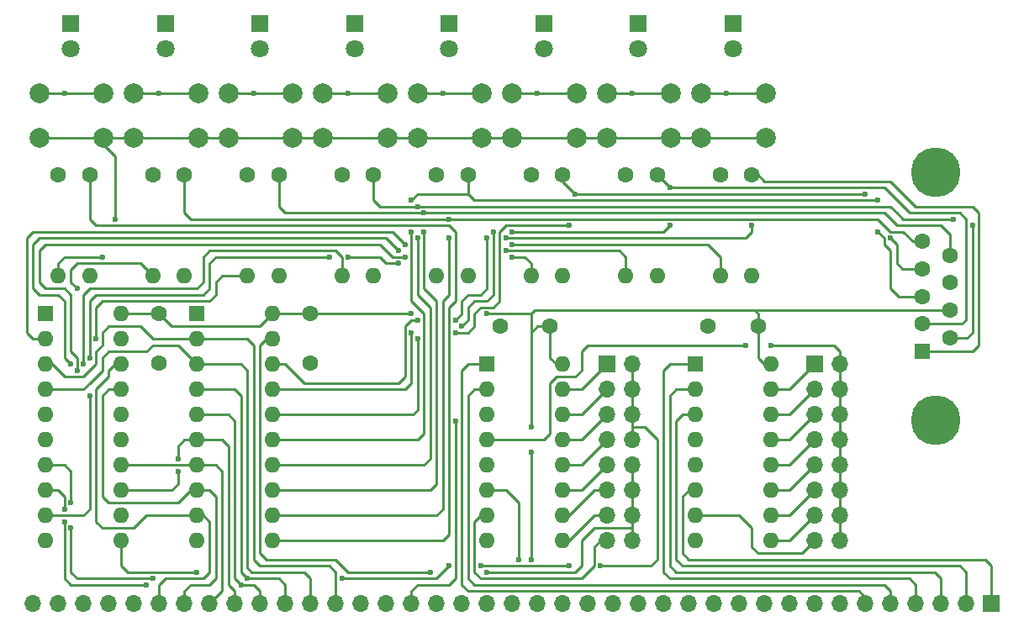
<source format=gtl>
G04 #@! TF.FileFunction,Copper,L1,Top,Signal*
%FSLAX46Y46*%
G04 Gerber Fmt 4.6, Leading zero omitted, Abs format (unit mm)*
G04 Created by KiCad (PCBNEW 4.0.7) date 02/11/19 20:09:09*
%MOMM*%
%LPD*%
G01*
G04 APERTURE LIST*
%ADD10C,0.100000*%
%ADD11R,1.700000X1.700000*%
%ADD12O,1.700000X1.700000*%
%ADD13C,1.600000*%
%ADD14O,1.600000X1.600000*%
%ADD15R,1.800000X1.800000*%
%ADD16C,1.800000*%
%ADD17R,1.600000X1.600000*%
%ADD18C,5.000000*%
%ADD19C,2.000000*%
%ADD20C,0.600000*%
%ADD21C,0.250000*%
G04 APERTURE END LIST*
D10*
D11*
X135255000Y-117475000D03*
D12*
X137795000Y-117475000D03*
X135255000Y-120015000D03*
X137795000Y-120015000D03*
X135255000Y-122555000D03*
X137795000Y-122555000D03*
X135255000Y-125095000D03*
X137795000Y-125095000D03*
X135255000Y-127635000D03*
X137795000Y-127635000D03*
X135255000Y-130175000D03*
X137795000Y-130175000D03*
X135255000Y-132715000D03*
X137795000Y-132715000D03*
X135255000Y-135255000D03*
X137795000Y-135255000D03*
D11*
X156210000Y-117475000D03*
D12*
X158750000Y-117475000D03*
X156210000Y-120015000D03*
X158750000Y-120015000D03*
X156210000Y-122555000D03*
X158750000Y-122555000D03*
X156210000Y-125095000D03*
X158750000Y-125095000D03*
X156210000Y-127635000D03*
X158750000Y-127635000D03*
X156210000Y-130175000D03*
X158750000Y-130175000D03*
X156210000Y-132715000D03*
X158750000Y-132715000D03*
X156210000Y-135255000D03*
X158750000Y-135255000D03*
D11*
X173990000Y-141605000D03*
D12*
X171450000Y-141605000D03*
X168910000Y-141605000D03*
X166370000Y-141605000D03*
X163830000Y-141605000D03*
X161290000Y-141605000D03*
X158750000Y-141605000D03*
X156210000Y-141605000D03*
X153670000Y-141605000D03*
X151130000Y-141605000D03*
X148590000Y-141605000D03*
X146050000Y-141605000D03*
X143510000Y-141605000D03*
X140970000Y-141605000D03*
X138430000Y-141605000D03*
X135890000Y-141605000D03*
X133350000Y-141605000D03*
X130810000Y-141605000D03*
X128270000Y-141605000D03*
X125730000Y-141605000D03*
X123190000Y-141605000D03*
X120650000Y-141605000D03*
X118110000Y-141605000D03*
X115570000Y-141605000D03*
X113030000Y-141605000D03*
X110490000Y-141605000D03*
X107950000Y-141605000D03*
X105410000Y-141605000D03*
X102870000Y-141605000D03*
X100330000Y-141605000D03*
X97790000Y-141605000D03*
X95250000Y-141605000D03*
X92710000Y-141605000D03*
X90170000Y-141605000D03*
X87630000Y-141605000D03*
X85090000Y-141605000D03*
X82550000Y-141605000D03*
X80010000Y-141605000D03*
X77470000Y-141605000D03*
D13*
X111760000Y-98425000D03*
D14*
X111760000Y-108585000D03*
D13*
X105410000Y-112395000D03*
X105410000Y-117395000D03*
X90170000Y-112395000D03*
X90170000Y-117395000D03*
X129540000Y-113665000D03*
X124540000Y-113665000D03*
X150495000Y-113665000D03*
X145495000Y-113665000D03*
D15*
X147955000Y-83185000D03*
D16*
X147955000Y-85725000D03*
D15*
X138430000Y-83185000D03*
D16*
X138430000Y-85725000D03*
D15*
X128905000Y-83185000D03*
D16*
X128905000Y-85725000D03*
D15*
X119380000Y-83185000D03*
D16*
X119380000Y-85725000D03*
D15*
X109855000Y-83185000D03*
D16*
X109855000Y-85725000D03*
D15*
X100330000Y-83185000D03*
D16*
X100330000Y-85725000D03*
D15*
X90805000Y-83185000D03*
D16*
X90805000Y-85725000D03*
D15*
X81280000Y-83185000D03*
D16*
X81280000Y-85725000D03*
D17*
X167005000Y-116205000D03*
D13*
X167005000Y-113435000D03*
X167005000Y-110665000D03*
X167005000Y-107895000D03*
X167005000Y-105125000D03*
X169845000Y-114820000D03*
X169845000Y-112050000D03*
X169845000Y-109280000D03*
X169845000Y-106510000D03*
D18*
X168425000Y-98165000D03*
X168425000Y-123165000D03*
D13*
X149860000Y-98425000D03*
D14*
X149860000Y-108585000D03*
D13*
X140335000Y-98425000D03*
D14*
X140335000Y-108585000D03*
D13*
X130810000Y-98425000D03*
D14*
X130810000Y-108585000D03*
D13*
X121285000Y-98425000D03*
D14*
X121285000Y-108585000D03*
D13*
X102235000Y-98425000D03*
D14*
X102235000Y-108585000D03*
D13*
X92710000Y-98425000D03*
D14*
X92710000Y-108585000D03*
D13*
X83185000Y-98425000D03*
D14*
X83185000Y-108585000D03*
D13*
X146685000Y-98425000D03*
D14*
X146685000Y-108585000D03*
D13*
X137160000Y-98425000D03*
D14*
X137160000Y-108585000D03*
D13*
X127635000Y-98425000D03*
D14*
X127635000Y-108585000D03*
D13*
X118110000Y-98425000D03*
D14*
X118110000Y-108585000D03*
D13*
X108585000Y-98425000D03*
D14*
X108585000Y-108585000D03*
D13*
X99060000Y-98425000D03*
D14*
X99060000Y-108585000D03*
D13*
X89535000Y-98425000D03*
D14*
X89535000Y-108585000D03*
D13*
X80010000Y-98425000D03*
D14*
X80010000Y-108585000D03*
D19*
X144780000Y-94670000D03*
X144780000Y-90170000D03*
X151280000Y-94670000D03*
X151280000Y-90170000D03*
X135255000Y-94670000D03*
X135255000Y-90170000D03*
X141755000Y-94670000D03*
X141755000Y-90170000D03*
X125730000Y-94670000D03*
X125730000Y-90170000D03*
X132230000Y-94670000D03*
X132230000Y-90170000D03*
X116205000Y-94670000D03*
X116205000Y-90170000D03*
X122705000Y-94670000D03*
X122705000Y-90170000D03*
X106680000Y-94670000D03*
X106680000Y-90170000D03*
X113180000Y-94670000D03*
X113180000Y-90170000D03*
X97155000Y-94670000D03*
X97155000Y-90170000D03*
X103655000Y-94670000D03*
X103655000Y-90170000D03*
X87630000Y-94670000D03*
X87630000Y-90170000D03*
X94130000Y-94670000D03*
X94130000Y-90170000D03*
X78105000Y-94670000D03*
X78105000Y-90170000D03*
X84605000Y-94670000D03*
X84605000Y-90170000D03*
D17*
X93980000Y-112395000D03*
D14*
X101600000Y-135255000D03*
X93980000Y-114935000D03*
X101600000Y-132715000D03*
X93980000Y-117475000D03*
X101600000Y-130175000D03*
X93980000Y-120015000D03*
X101600000Y-127635000D03*
X93980000Y-122555000D03*
X101600000Y-125095000D03*
X93980000Y-125095000D03*
X101600000Y-122555000D03*
X93980000Y-127635000D03*
X101600000Y-120015000D03*
X93980000Y-130175000D03*
X101600000Y-117475000D03*
X93980000Y-132715000D03*
X101600000Y-114935000D03*
X93980000Y-135255000D03*
X101600000Y-112395000D03*
D17*
X78740000Y-112395000D03*
D14*
X86360000Y-135255000D03*
X78740000Y-114935000D03*
X86360000Y-132715000D03*
X78740000Y-117475000D03*
X86360000Y-130175000D03*
X78740000Y-120015000D03*
X86360000Y-127635000D03*
X78740000Y-122555000D03*
X86360000Y-125095000D03*
X78740000Y-125095000D03*
X86360000Y-122555000D03*
X78740000Y-127635000D03*
X86360000Y-120015000D03*
X78740000Y-130175000D03*
X86360000Y-117475000D03*
X78740000Y-132715000D03*
X86360000Y-114935000D03*
X78740000Y-135255000D03*
X86360000Y-112395000D03*
D17*
X123190000Y-117475000D03*
D14*
X130810000Y-135255000D03*
X123190000Y-120015000D03*
X130810000Y-132715000D03*
X123190000Y-122555000D03*
X130810000Y-130175000D03*
X123190000Y-125095000D03*
X130810000Y-127635000D03*
X123190000Y-127635000D03*
X130810000Y-125095000D03*
X123190000Y-130175000D03*
X130810000Y-122555000D03*
X123190000Y-132715000D03*
X130810000Y-120015000D03*
X123190000Y-135255000D03*
X130810000Y-117475000D03*
D17*
X144145000Y-117475000D03*
D14*
X151765000Y-135255000D03*
X144145000Y-120015000D03*
X151765000Y-132715000D03*
X144145000Y-122555000D03*
X151765000Y-130175000D03*
X144145000Y-125095000D03*
X151765000Y-127635000D03*
X144145000Y-127635000D03*
X151765000Y-125095000D03*
X144145000Y-130175000D03*
X151765000Y-122555000D03*
X144145000Y-132715000D03*
X151765000Y-120015000D03*
X144145000Y-135255000D03*
X151765000Y-117475000D03*
D20*
X85725000Y-102870000D03*
X115570000Y-112395000D03*
X123190000Y-112395000D03*
X127635000Y-137160000D03*
X127635000Y-126365000D03*
X127635000Y-123825000D03*
X119380000Y-137795000D03*
X131445000Y-137795000D03*
X122555000Y-137795000D03*
X134620000Y-137795000D03*
X93980000Y-138430000D03*
X108585000Y-139065000D03*
X123190000Y-138430000D03*
X117475000Y-138430000D03*
X149225000Y-115570000D03*
X151765000Y-115570000D03*
X126365000Y-137160000D03*
X120015000Y-123190000D03*
X81280000Y-131445000D03*
X81280000Y-133985000D03*
X89535000Y-139065000D03*
X99060000Y-139065000D03*
X80645000Y-132080000D03*
X80645000Y-133350000D03*
X88900000Y-139700000D03*
X98425000Y-139700000D03*
X92075000Y-127000000D03*
X92075000Y-128270000D03*
X125095000Y-104775000D03*
X149860000Y-103505000D03*
X120015000Y-113030000D03*
X116205000Y-113030000D03*
X123190000Y-104775000D03*
X147320000Y-90170000D03*
X125730000Y-104140000D03*
X123825000Y-104140000D03*
X141605000Y-99695000D03*
X141605000Y-103505000D03*
X120650000Y-113665000D03*
X115570000Y-114300000D03*
X137795000Y-90170000D03*
X116205000Y-114935000D03*
X120015000Y-114300000D03*
X131445000Y-103505000D03*
X132080000Y-100330000D03*
X161290000Y-100330000D03*
X162560000Y-104140000D03*
X128270000Y-90170000D03*
X115570000Y-100965000D03*
X115570000Y-104140000D03*
X162560000Y-100965000D03*
X163830000Y-104775000D03*
X118745000Y-90170000D03*
X119380000Y-104775000D03*
X119380000Y-102870000D03*
X90170000Y-90170000D03*
X116205000Y-101600000D03*
X116205000Y-104775000D03*
X170180000Y-102870000D03*
X172085000Y-103505000D03*
X109220000Y-90170000D03*
X116840000Y-102235000D03*
X116840000Y-104140000D03*
X99695000Y-90170000D03*
X80645000Y-90170000D03*
X125730000Y-105410000D03*
X114935000Y-105410000D03*
X125095000Y-106045000D03*
X114300000Y-106045000D03*
X81280000Y-117475000D03*
X125730000Y-106680000D03*
X114935000Y-106680000D03*
X81915000Y-118110000D03*
X114300000Y-107315000D03*
X83185000Y-116840000D03*
X83185000Y-120650000D03*
X107315000Y-106680000D03*
X109220000Y-106680000D03*
X82550000Y-117475000D03*
X83820000Y-114935000D03*
X81915000Y-109855000D03*
X84455000Y-106680000D03*
D21*
X85725000Y-96520000D02*
X84605000Y-95400000D01*
X85725000Y-102870000D02*
X85725000Y-96520000D01*
X84605000Y-95400000D02*
X84605000Y-94670000D01*
X84605000Y-94670000D02*
X87630000Y-94670000D01*
X127635000Y-112395000D02*
X123190000Y-112395000D01*
X115570000Y-112395000D02*
X105410000Y-112395000D01*
X90170000Y-112395000D02*
X91440000Y-113665000D01*
X100330000Y-113665000D02*
X101600000Y-112395000D01*
X91440000Y-113665000D02*
X100330000Y-113665000D01*
X149515000Y-112050000D02*
X127980000Y-112050000D01*
X127980000Y-112050000D02*
X127635000Y-112395000D01*
X149515000Y-112050000D02*
X149860000Y-112050000D01*
X127635000Y-114300000D02*
X127635000Y-112395000D01*
X149860000Y-112050000D02*
X150150000Y-112050000D01*
X150150000Y-112050000D02*
X150495000Y-112395000D01*
X150495000Y-112395000D02*
X150495000Y-113665000D01*
X169845000Y-112050000D02*
X149860000Y-112050000D01*
X129540000Y-113665000D02*
X128270000Y-113665000D01*
X128270000Y-113665000D02*
X127635000Y-114300000D01*
X127635000Y-137160000D02*
X127635000Y-126365000D01*
X127635000Y-123825000D02*
X127635000Y-114300000D01*
X116205000Y-94670000D02*
X122705000Y-94670000D01*
X122705000Y-94670000D02*
X125730000Y-94670000D01*
X125730000Y-94670000D02*
X132230000Y-94670000D01*
X132230000Y-94670000D02*
X135255000Y-94670000D01*
X135255000Y-94670000D02*
X141755000Y-94670000D01*
X141755000Y-94670000D02*
X144780000Y-94670000D01*
X144780000Y-94670000D02*
X151280000Y-94670000D01*
X87630000Y-94670000D02*
X94130000Y-94670000D01*
X94130000Y-94670000D02*
X97155000Y-94670000D01*
X97155000Y-94670000D02*
X103655000Y-94670000D01*
X103655000Y-94670000D02*
X106680000Y-94670000D01*
X106680000Y-94670000D02*
X113180000Y-94670000D01*
X113180000Y-94670000D02*
X116205000Y-94670000D01*
X78105000Y-94670000D02*
X84605000Y-94670000D01*
X101600000Y-112395000D02*
X105410000Y-112395000D01*
X86360000Y-112395000D02*
X90170000Y-112395000D01*
X129540000Y-113665000D02*
X129540000Y-116840000D01*
X129540000Y-116840000D02*
X130175000Y-117475000D01*
X130175000Y-117475000D02*
X130810000Y-117475000D01*
X150495000Y-113665000D02*
X150495000Y-116840000D01*
X150495000Y-116840000D02*
X151130000Y-117475000D01*
X151130000Y-117475000D02*
X151765000Y-117475000D01*
X130810000Y-120015000D02*
X132715000Y-120015000D01*
X132715000Y-120015000D02*
X135255000Y-117475000D01*
X109220000Y-139065000D02*
X108585000Y-139065000D01*
X119380000Y-137795000D02*
X118110000Y-139065000D01*
X118110000Y-139065000D02*
X109220000Y-139065000D01*
X137795000Y-123825000D02*
X139065000Y-123825000D01*
X139700000Y-137795000D02*
X134620000Y-137795000D01*
X140335000Y-137160000D02*
X139700000Y-137795000D01*
X140335000Y-125095000D02*
X140335000Y-137160000D01*
X139065000Y-123825000D02*
X140335000Y-125095000D01*
X122555000Y-137795000D02*
X131445000Y-137795000D01*
X86360000Y-137795000D02*
X86360000Y-135255000D01*
X86995000Y-138430000D02*
X86360000Y-137795000D01*
X93980000Y-138430000D02*
X86995000Y-138430000D01*
X137795000Y-120015000D02*
X137795000Y-117475000D01*
X137795000Y-122555000D02*
X137795000Y-120015000D01*
X137795000Y-125095000D02*
X137795000Y-123825000D01*
X137795000Y-123825000D02*
X137795000Y-122555000D01*
X130810000Y-122555000D02*
X132715000Y-122555000D01*
X132715000Y-122555000D02*
X135255000Y-120015000D01*
X130810000Y-125095000D02*
X132715000Y-125095000D01*
X132715000Y-125095000D02*
X135255000Y-122555000D01*
X130810000Y-127635000D02*
X132715000Y-127635000D01*
X132715000Y-127635000D02*
X135255000Y-125095000D01*
X130810000Y-130175000D02*
X132715000Y-130175000D01*
X132715000Y-130175000D02*
X135255000Y-127635000D01*
X133985000Y-133985000D02*
X132715000Y-135255000D01*
X132715000Y-135255000D02*
X132715000Y-137795000D01*
X132715000Y-137795000D02*
X132080000Y-138430000D01*
X132080000Y-138430000D02*
X123190000Y-138430000D01*
X137795000Y-133985000D02*
X133985000Y-133985000D01*
X109220000Y-138430000D02*
X117475000Y-138430000D01*
X107950000Y-137160000D02*
X109220000Y-138430000D01*
X100965000Y-137160000D02*
X107950000Y-137160000D01*
X100330000Y-136525000D02*
X100965000Y-137160000D01*
X100330000Y-115570000D02*
X100330000Y-136525000D01*
X100330000Y-115570000D02*
X100965000Y-114935000D01*
X117475000Y-138430000D02*
X117475000Y-138430000D01*
X101600000Y-114935000D02*
X100965000Y-114935000D01*
X137795000Y-130175000D02*
X137795000Y-127635000D01*
X137795000Y-132715000D02*
X137795000Y-130175000D01*
X137795000Y-135255000D02*
X137795000Y-133985000D01*
X137795000Y-133985000D02*
X137795000Y-132715000D01*
X135255000Y-130175000D02*
X133985000Y-130175000D01*
X133985000Y-130175000D02*
X131445000Y-132715000D01*
X131445000Y-132715000D02*
X130810000Y-132715000D01*
X135255000Y-132715000D02*
X133985000Y-132715000D01*
X133985000Y-132715000D02*
X131445000Y-135255000D01*
X131445000Y-135255000D02*
X130810000Y-135255000D01*
X132715000Y-139065000D02*
X133985000Y-137795000D01*
X133985000Y-135890000D02*
X134620000Y-135255000D01*
X133985000Y-137795000D02*
X133985000Y-135890000D01*
X134620000Y-135255000D02*
X135255000Y-135255000D01*
X123190000Y-132715000D02*
X122555000Y-132715000D01*
X122555000Y-132715000D02*
X121920000Y-133350000D01*
X121920000Y-138430000D02*
X122555000Y-139065000D01*
X121920000Y-133350000D02*
X121920000Y-138430000D01*
X122555000Y-139065000D02*
X132080000Y-139065000D01*
X132080000Y-139065000D02*
X132715000Y-139065000D01*
X151765000Y-120015000D02*
X153670000Y-120015000D01*
X153670000Y-120015000D02*
X156210000Y-117475000D01*
X158750000Y-117475000D02*
X158750000Y-116205000D01*
X128905000Y-125095000D02*
X123190000Y-125095000D01*
X129540000Y-124460000D02*
X128905000Y-125095000D01*
X129540000Y-119380000D02*
X129540000Y-124460000D01*
X130175000Y-118745000D02*
X129540000Y-119380000D01*
X132080000Y-118745000D02*
X130175000Y-118745000D01*
X132715000Y-118110000D02*
X132080000Y-118745000D01*
X132715000Y-116205000D02*
X132715000Y-118110000D01*
X133350000Y-115570000D02*
X132715000Y-116205000D01*
X149225000Y-115570000D02*
X133350000Y-115570000D01*
X158115000Y-115570000D02*
X151765000Y-115570000D01*
X158750000Y-116205000D02*
X158115000Y-115570000D01*
X158750000Y-120015000D02*
X158750000Y-117475000D01*
X158750000Y-122555000D02*
X158750000Y-120015000D01*
X158750000Y-125095000D02*
X158750000Y-122555000D01*
X158750000Y-127635000D02*
X158750000Y-125095000D01*
X158750000Y-130175000D02*
X158750000Y-127635000D01*
X158750000Y-132715000D02*
X158750000Y-130175000D01*
X158750000Y-135255000D02*
X158750000Y-132715000D01*
X151765000Y-122555000D02*
X153670000Y-122555000D01*
X153670000Y-122555000D02*
X156210000Y-120015000D01*
X151765000Y-125095000D02*
X153670000Y-125095000D01*
X153670000Y-125095000D02*
X156210000Y-122555000D01*
X151765000Y-127635000D02*
X153670000Y-127635000D01*
X153670000Y-127635000D02*
X156210000Y-125095000D01*
X151765000Y-130175000D02*
X153670000Y-130175000D01*
X153670000Y-130175000D02*
X156210000Y-127635000D01*
X151765000Y-132715000D02*
X153670000Y-132715000D01*
X153670000Y-132715000D02*
X156210000Y-130175000D01*
X151765000Y-135255000D02*
X153670000Y-135255000D01*
X153670000Y-135255000D02*
X156210000Y-132715000D01*
X150495000Y-136525000D02*
X154940000Y-136525000D01*
X144145000Y-132715000D02*
X148590000Y-132715000D01*
X154940000Y-136525000D02*
X156210000Y-135255000D01*
X149860000Y-135890000D02*
X150495000Y-136525000D01*
X149860000Y-133985000D02*
X149860000Y-135890000D01*
X148590000Y-132715000D02*
X149860000Y-133985000D01*
X161925000Y-137160000D02*
X173355000Y-137160000D01*
X161925000Y-137160000D02*
X150495000Y-137160000D01*
X143510000Y-137160000D02*
X150495000Y-137160000D01*
X142875000Y-136525000D02*
X143510000Y-137160000D01*
X142875000Y-130810000D02*
X142875000Y-136525000D01*
X143510000Y-130175000D02*
X142875000Y-130810000D01*
X173990000Y-137795000D02*
X173990000Y-141605000D01*
X173355000Y-137160000D02*
X173990000Y-137795000D01*
X144145000Y-130175000D02*
X143510000Y-130175000D01*
X171450000Y-141605000D02*
X171450000Y-138430000D01*
X142875000Y-137795000D02*
X149860000Y-137795000D01*
X159385000Y-137795000D02*
X149860000Y-137795000D01*
X142240000Y-137160000D02*
X142875000Y-137795000D01*
X142875000Y-122555000D02*
X142240000Y-123190000D01*
X142240000Y-123190000D02*
X142240000Y-137160000D01*
X142875000Y-122555000D02*
X144145000Y-122555000D01*
X170815000Y-137795000D02*
X159385000Y-137795000D01*
X171450000Y-138430000D02*
X170815000Y-137795000D01*
X168910000Y-141605000D02*
X168910000Y-139065000D01*
X141605000Y-137795000D02*
X142240000Y-138430000D01*
X142240000Y-138430000D02*
X149860000Y-138430000D01*
X156845000Y-138430000D02*
X149860000Y-138430000D01*
X142240000Y-120015000D02*
X141605000Y-120650000D01*
X141605000Y-120650000D02*
X141605000Y-137795000D01*
X142240000Y-120015000D02*
X144145000Y-120015000D01*
X168275000Y-138430000D02*
X156845000Y-138430000D01*
X168910000Y-139065000D02*
X168275000Y-138430000D01*
X166370000Y-141605000D02*
X166370000Y-139700000D01*
X166370000Y-139700000D02*
X165735000Y-139065000D01*
X165735000Y-139065000D02*
X154305000Y-139065000D01*
X154305000Y-139065000D02*
X149225000Y-139065000D01*
X141605000Y-139065000D02*
X149225000Y-139065000D01*
X140970000Y-138430000D02*
X141605000Y-139065000D01*
X141605000Y-117475000D02*
X144145000Y-117475000D01*
X140970000Y-118110000D02*
X140970000Y-138430000D01*
X141605000Y-117475000D02*
X140970000Y-118110000D01*
X121920000Y-139700000D02*
X163195000Y-139700000D01*
X121920000Y-139700000D02*
X121285000Y-139065000D01*
X123190000Y-120015000D02*
X121920000Y-120015000D01*
X121285000Y-139065000D02*
X121285000Y-120650000D01*
X121285000Y-120650000D02*
X121920000Y-120015000D01*
X163830000Y-140335000D02*
X163830000Y-141605000D01*
X163195000Y-139700000D02*
X163830000Y-140335000D01*
X120650000Y-138430000D02*
X120650000Y-118110000D01*
X160655000Y-140335000D02*
X121285000Y-140335000D01*
X121285000Y-140335000D02*
X120650000Y-139700000D01*
X120650000Y-139700000D02*
X120650000Y-138430000D01*
X161290000Y-140970000D02*
X160655000Y-140335000D01*
X121285000Y-117475000D02*
X123190000Y-117475000D01*
X120650000Y-118110000D02*
X121285000Y-117475000D01*
X161290000Y-141605000D02*
X161290000Y-140970000D01*
X125095000Y-130175000D02*
X123190000Y-130175000D01*
X126365000Y-131445000D02*
X125095000Y-130175000D01*
X126365000Y-137160000D02*
X126365000Y-131445000D01*
X115570000Y-140335000D02*
X115570000Y-141605000D01*
X116205000Y-139700000D02*
X115570000Y-140335000D01*
X119380000Y-139700000D02*
X116205000Y-139700000D01*
X120015000Y-139065000D02*
X119380000Y-139700000D01*
X120015000Y-123190000D02*
X120015000Y-139065000D01*
X84455000Y-114935000D02*
X84455000Y-115570000D01*
X80645000Y-118745000D02*
X79375000Y-117475000D01*
X82550000Y-118745000D02*
X80645000Y-118745000D01*
X83820000Y-117475000D02*
X82550000Y-118745000D01*
X83820000Y-116205000D02*
X83820000Y-117475000D01*
X84455000Y-115570000D02*
X83820000Y-116205000D01*
X79375000Y-117475000D02*
X78740000Y-117475000D01*
X84455000Y-114300000D02*
X85090000Y-113665000D01*
X84455000Y-114935000D02*
X84455000Y-114300000D01*
X89535000Y-114935000D02*
X88265000Y-113665000D01*
X89535000Y-114935000D02*
X93980000Y-114935000D01*
X88265000Y-113665000D02*
X85090000Y-113665000D01*
X99695000Y-135890000D02*
X99695000Y-137160000D01*
X107315000Y-137795000D02*
X107950000Y-138430000D01*
X100330000Y-137795000D02*
X107315000Y-137795000D01*
X99695000Y-137160000D02*
X100330000Y-137795000D01*
X93980000Y-114935000D02*
X99060000Y-114935000D01*
X107950000Y-138430000D02*
X107950000Y-141605000D01*
X99695000Y-115570000D02*
X99695000Y-135890000D01*
X99060000Y-114935000D02*
X99695000Y-115570000D01*
X83185000Y-119380000D02*
X84455000Y-118110000D01*
X84455000Y-116840000D02*
X85090000Y-116205000D01*
X84455000Y-117475000D02*
X84455000Y-116840000D01*
X84455000Y-118110000D02*
X84455000Y-117475000D01*
X80645000Y-120015000D02*
X82550000Y-120015000D01*
X82550000Y-120015000D02*
X83185000Y-119380000D01*
X78740000Y-120015000D02*
X80645000Y-120015000D01*
X92075000Y-115570000D02*
X93980000Y-117475000D01*
X89535000Y-115570000D02*
X92075000Y-115570000D01*
X88900000Y-116205000D02*
X89535000Y-115570000D01*
X85090000Y-116205000D02*
X88900000Y-116205000D01*
X99060000Y-136525000D02*
X99060000Y-137979998D01*
X104775000Y-138430000D02*
X105410000Y-139065000D01*
X99510002Y-138430000D02*
X104775000Y-138430000D01*
X99060000Y-137979998D02*
X99510002Y-138430000D01*
X105410000Y-141605000D02*
X105410000Y-139065000D01*
X98425000Y-117475000D02*
X93980000Y-117475000D01*
X99060000Y-118110000D02*
X98425000Y-117475000D01*
X99060000Y-136525000D02*
X99060000Y-118110000D01*
X89535000Y-139065000D02*
X81915000Y-139065000D01*
X80645000Y-127635000D02*
X81280000Y-128270000D01*
X81280000Y-128270000D02*
X81280000Y-131445000D01*
X81280000Y-133985000D02*
X81280000Y-137795000D01*
X78740000Y-127635000D02*
X80010000Y-127635000D01*
X80010000Y-127635000D02*
X80645000Y-127635000D01*
X81280000Y-138430000D02*
X81280000Y-137795000D01*
X81915000Y-139065000D02*
X81280000Y-138430000D01*
X98425000Y-137160000D02*
X98425000Y-138430000D01*
X102235000Y-139065000D02*
X102870000Y-139700000D01*
X99060000Y-139065000D02*
X102235000Y-139065000D01*
X98425000Y-138430000D02*
X99060000Y-139065000D01*
X102870000Y-141605000D02*
X102870000Y-139700000D01*
X97790000Y-120015000D02*
X93980000Y-120015000D01*
X98425000Y-120650000D02*
X97790000Y-120015000D01*
X98425000Y-137160000D02*
X98425000Y-120650000D01*
X88900000Y-139700000D02*
X81280000Y-139700000D01*
X80010000Y-130175000D02*
X80645000Y-130810000D01*
X80645000Y-130810000D02*
X80645000Y-132080000D01*
X80645000Y-133350000D02*
X80645000Y-138430000D01*
X78740000Y-130175000D02*
X80010000Y-130175000D01*
X80645000Y-139065000D02*
X80645000Y-138430000D01*
X81280000Y-139700000D02*
X80645000Y-139065000D01*
X97790000Y-137795000D02*
X97790000Y-139065000D01*
X99695000Y-139700000D02*
X100330000Y-140335000D01*
X98425000Y-139700000D02*
X99695000Y-139700000D01*
X97790000Y-139065000D02*
X98425000Y-139700000D01*
X100330000Y-141605000D02*
X100330000Y-140335000D01*
X97155000Y-122555000D02*
X93980000Y-122555000D01*
X97790000Y-123190000D02*
X97155000Y-122555000D01*
X97790000Y-137795000D02*
X97790000Y-123190000D01*
X86360000Y-130175000D02*
X91440000Y-130175000D01*
X92710000Y-125095000D02*
X93980000Y-125095000D01*
X92075000Y-125730000D02*
X92710000Y-125095000D01*
X92075000Y-127000000D02*
X92075000Y-125730000D01*
X92075000Y-129540000D02*
X92075000Y-128270000D01*
X91440000Y-130175000D02*
X92075000Y-129540000D01*
X97155000Y-138430000D02*
X97155000Y-139700000D01*
X97155000Y-138430000D02*
X97155000Y-125730000D01*
X97155000Y-125730000D02*
X96520000Y-125095000D01*
X96520000Y-125095000D02*
X93980000Y-125095000D01*
X97790000Y-141605000D02*
X97790000Y-140335000D01*
X97155000Y-139700000D02*
X97790000Y-140335000D01*
X86360000Y-127635000D02*
X93980000Y-127635000D01*
X96520000Y-133985000D02*
X96520000Y-140335000D01*
X96520000Y-133985000D02*
X96520000Y-128270000D01*
X96520000Y-128270000D02*
X95885000Y-127635000D01*
X95885000Y-127635000D02*
X93980000Y-127635000D01*
X96520000Y-140335000D02*
X95250000Y-141605000D01*
X85090000Y-120015000D02*
X84455000Y-120650000D01*
X84455000Y-130810000D02*
X85090000Y-131445000D01*
X84455000Y-120650000D02*
X84455000Y-130810000D01*
X93980000Y-130175000D02*
X93345000Y-130175000D01*
X93345000Y-130175000D02*
X92075000Y-131445000D01*
X92075000Y-131445000D02*
X85090000Y-131445000D01*
X85090000Y-120015000D02*
X86360000Y-120015000D01*
X95885000Y-133350000D02*
X95885000Y-139065000D01*
X93345000Y-139700000D02*
X92710000Y-140335000D01*
X95250000Y-139700000D02*
X93345000Y-139700000D01*
X95885000Y-139065000D02*
X95250000Y-139700000D01*
X92710000Y-141605000D02*
X92710000Y-140335000D01*
X95250000Y-130175000D02*
X93980000Y-130175000D01*
X95885000Y-130810000D02*
X95250000Y-130175000D01*
X95885000Y-133350000D02*
X95885000Y-130810000D01*
X83820000Y-120015000D02*
X85090000Y-118745000D01*
X85090000Y-118110000D02*
X85725000Y-117475000D01*
X85090000Y-118745000D02*
X85090000Y-118110000D01*
X85725000Y-117475000D02*
X86360000Y-117475000D01*
X83820000Y-133350000D02*
X84455000Y-133985000D01*
X83820000Y-120015000D02*
X83820000Y-133350000D01*
X93980000Y-132715000D02*
X88900000Y-132715000D01*
X87630000Y-133985000D02*
X85090000Y-133985000D01*
X85090000Y-133985000D02*
X84455000Y-133985000D01*
X88900000Y-132715000D02*
X87630000Y-133985000D01*
X93980000Y-132715000D02*
X93345000Y-132715000D01*
X93980000Y-132715000D02*
X94615000Y-132715000D01*
X94615000Y-132715000D02*
X95250000Y-133350000D01*
X90805000Y-139065000D02*
X90170000Y-139700000D01*
X94615000Y-139065000D02*
X90805000Y-139065000D01*
X95250000Y-138430000D02*
X94615000Y-139065000D01*
X95250000Y-133350000D02*
X95250000Y-138430000D01*
X90170000Y-141605000D02*
X90170000Y-139700000D01*
X149860000Y-104140000D02*
X149225000Y-104775000D01*
X149225000Y-104775000D02*
X127000000Y-104775000D01*
X114935000Y-114300000D02*
X114935000Y-113665000D01*
X114300000Y-119380000D02*
X114935000Y-118745000D01*
X114935000Y-118745000D02*
X114935000Y-114300000D01*
X101600000Y-117475000D02*
X102870000Y-117475000D01*
X104775000Y-119380000D02*
X107315000Y-119380000D01*
X102870000Y-117475000D02*
X104775000Y-119380000D01*
X107315000Y-119380000D02*
X114300000Y-119380000D01*
X149860000Y-103505000D02*
X149860000Y-104140000D01*
X123190000Y-109855000D02*
X123190000Y-106045000D01*
X122555000Y-110490000D02*
X123190000Y-109855000D01*
X121285000Y-110490000D02*
X122555000Y-110490000D01*
X120650000Y-111125000D02*
X121285000Y-110490000D01*
X120650000Y-112395000D02*
X120650000Y-111125000D01*
X120015000Y-113030000D02*
X120650000Y-112395000D01*
X115570000Y-113030000D02*
X116205000Y-113030000D01*
X114935000Y-113665000D02*
X115570000Y-113030000D01*
X127000000Y-104775000D02*
X125095000Y-104775000D01*
X123190000Y-104775000D02*
X123190000Y-106045000D01*
X172720000Y-104140000D02*
X172720000Y-102235000D01*
X151130000Y-99060000D02*
X153035000Y-99060000D01*
X150495000Y-98425000D02*
X151130000Y-99060000D01*
X172085000Y-116205000D02*
X172720000Y-115570000D01*
X172720000Y-115570000D02*
X172720000Y-104140000D01*
X172085000Y-116205000D02*
X167005000Y-116205000D01*
X163830000Y-99060000D02*
X153035000Y-99060000D01*
X166370000Y-101600000D02*
X163830000Y-99060000D01*
X172085000Y-101600000D02*
X166370000Y-101600000D01*
X172720000Y-102235000D02*
X172085000Y-101600000D01*
X149860000Y-98425000D02*
X150495000Y-98425000D01*
X144780000Y-90170000D02*
X147320000Y-90170000D01*
X147320000Y-90170000D02*
X151280000Y-90170000D01*
X123825000Y-104140000D02*
X123825000Y-106680000D01*
X141605000Y-103505000D02*
X140970000Y-104140000D01*
X140970000Y-104140000D02*
X126365000Y-104140000D01*
X115570000Y-119380000D02*
X115570000Y-114300000D01*
X107950000Y-120015000D02*
X114935000Y-120015000D01*
X101600000Y-120015000D02*
X102870000Y-120015000D01*
X102870000Y-120015000D02*
X107950000Y-120015000D01*
X114935000Y-120015000D02*
X115570000Y-119380000D01*
X123825000Y-110490000D02*
X123825000Y-106680000D01*
X123190000Y-111125000D02*
X123825000Y-110490000D01*
X121920000Y-111125000D02*
X123190000Y-111125000D01*
X121285000Y-111760000D02*
X121920000Y-111125000D01*
X121285000Y-113030000D02*
X121285000Y-111760000D01*
X120650000Y-113665000D02*
X121285000Y-113030000D01*
X126365000Y-104140000D02*
X125730000Y-104140000D01*
X171450000Y-104775000D02*
X171450000Y-102870000D01*
X141605000Y-99695000D02*
X153035000Y-99695000D01*
X140335000Y-98425000D02*
X141605000Y-99695000D01*
X171045000Y-113435000D02*
X171450000Y-113030000D01*
X171450000Y-113030000D02*
X171450000Y-104775000D01*
X171045000Y-113435000D02*
X167005000Y-113435000D01*
X163195000Y-99695000D02*
X153035000Y-99695000D01*
X165735000Y-102235000D02*
X163195000Y-99695000D01*
X170815000Y-102235000D02*
X165735000Y-102235000D01*
X171450000Y-102870000D02*
X170815000Y-102235000D01*
X135255000Y-90170000D02*
X137795000Y-90170000D01*
X137795000Y-90170000D02*
X141755000Y-90170000D01*
X124460000Y-106045000D02*
X124460000Y-104140000D01*
X121920000Y-113030000D02*
X121920000Y-112395000D01*
X120015000Y-114300000D02*
X121285000Y-114300000D01*
X121285000Y-114300000D02*
X121920000Y-113665000D01*
X121920000Y-113665000D02*
X121920000Y-113030000D01*
X108585000Y-122555000D02*
X115754998Y-122555000D01*
X101600000Y-122555000D02*
X108585000Y-122555000D01*
X115754998Y-122555000D02*
X116205000Y-122104998D01*
X116205000Y-122104998D02*
X116205000Y-114935000D01*
X124460000Y-111125000D02*
X124460000Y-106045000D01*
X123825000Y-111760000D02*
X124460000Y-111125000D01*
X122555000Y-111760000D02*
X123825000Y-111760000D01*
X121920000Y-112395000D02*
X122555000Y-111760000D01*
X126365000Y-103505000D02*
X131445000Y-103505000D01*
X125095000Y-103505000D02*
X126365000Y-103505000D01*
X124460000Y-104140000D02*
X125095000Y-103505000D01*
X163195000Y-105410000D02*
X163830000Y-106045000D01*
X162560000Y-104140000D02*
X163195000Y-104775000D01*
X163195000Y-104775000D02*
X163195000Y-105410000D01*
X130810000Y-99060000D02*
X132080000Y-100330000D01*
X132080000Y-100330000D02*
X153035000Y-100330000D01*
X153035000Y-100330000D02*
X161290000Y-100330000D01*
X164640000Y-110665000D02*
X167005000Y-110665000D01*
X163830000Y-109855000D02*
X164640000Y-110665000D01*
X163830000Y-106045000D02*
X163830000Y-109855000D01*
X130810000Y-98425000D02*
X130810000Y-99060000D01*
X125730000Y-90170000D02*
X128270000Y-90170000D01*
X128270000Y-90170000D02*
X132230000Y-90170000D01*
X116840000Y-114300000D02*
X116840000Y-112395000D01*
X116205000Y-125095000D02*
X116840000Y-124460000D01*
X116840000Y-124460000D02*
X116840000Y-114300000D01*
X101600000Y-125095000D02*
X109220000Y-125095000D01*
X109220000Y-125095000D02*
X116205000Y-125095000D01*
X116205000Y-100330000D02*
X121285000Y-100330000D01*
X115570000Y-100965000D02*
X116205000Y-100330000D01*
X115570000Y-111125000D02*
X115570000Y-104140000D01*
X116840000Y-112395000D02*
X115570000Y-111125000D01*
X164465000Y-107315000D02*
X165045000Y-107895000D01*
X167005000Y-107895000D02*
X165045000Y-107895000D01*
X121285000Y-100330000D02*
X121285000Y-98425000D01*
X121920000Y-100965000D02*
X153035000Y-100965000D01*
X121285000Y-100330000D02*
X121920000Y-100965000D01*
X153035000Y-100965000D02*
X162560000Y-100965000D01*
X164465000Y-105410000D02*
X164465000Y-107315000D01*
X163830000Y-104775000D02*
X164465000Y-105410000D01*
X116205000Y-90170000D02*
X118745000Y-90170000D01*
X118745000Y-90170000D02*
X122705000Y-90170000D01*
X119380000Y-102870000D02*
X153035000Y-102870000D01*
X118745000Y-111125000D02*
X119380000Y-110490000D01*
X119380000Y-110490000D02*
X119380000Y-104775000D01*
X111125000Y-132715000D02*
X118110000Y-132715000D01*
X101600000Y-132715000D02*
X111125000Y-132715000D01*
X118745000Y-132080000D02*
X118745000Y-114300000D01*
X118110000Y-132715000D02*
X118745000Y-132080000D01*
X118745000Y-114300000D02*
X118745000Y-111125000D01*
X167005000Y-105125000D02*
X166085000Y-105125000D01*
X92710000Y-102235000D02*
X93345000Y-102870000D01*
X93345000Y-102870000D02*
X119380000Y-102870000D01*
X92710000Y-102235000D02*
X92710000Y-98425000D01*
X162560000Y-102870000D02*
X153035000Y-102870000D01*
X163830000Y-104140000D02*
X162560000Y-102870000D01*
X165100000Y-104140000D02*
X163830000Y-104140000D01*
X166085000Y-105125000D02*
X165100000Y-104140000D01*
X87630000Y-90170000D02*
X90170000Y-90170000D01*
X90170000Y-90170000D02*
X94130000Y-90170000D01*
X117475000Y-114300000D02*
X117475000Y-111760000D01*
X116840000Y-127635000D02*
X117475000Y-127000000D01*
X117475000Y-127000000D02*
X117475000Y-114300000D01*
X104140000Y-127635000D02*
X109855000Y-127635000D01*
X101600000Y-127635000D02*
X104140000Y-127635000D01*
X109855000Y-127635000D02*
X116840000Y-127635000D01*
X116205000Y-110490000D02*
X116205000Y-104775000D01*
X117475000Y-111760000D02*
X116205000Y-110490000D01*
X172085000Y-104775000D02*
X172085000Y-103505000D01*
X111760000Y-100965000D02*
X112395000Y-101600000D01*
X112395000Y-101600000D02*
X116205000Y-101600000D01*
X116205000Y-101600000D02*
X153035000Y-101600000D01*
X111760000Y-98425000D02*
X111760000Y-100965000D01*
X171565000Y-114820000D02*
X172085000Y-114300000D01*
X172085000Y-114300000D02*
X172085000Y-104775000D01*
X171565000Y-114820000D02*
X169845000Y-114820000D01*
X163830000Y-101600000D02*
X153035000Y-101600000D01*
X164465000Y-102235000D02*
X163830000Y-101600000D01*
X165100000Y-102870000D02*
X164465000Y-102235000D01*
X170180000Y-102870000D02*
X165100000Y-102870000D01*
X106680000Y-90170000D02*
X109220000Y-90170000D01*
X109220000Y-90170000D02*
X113180000Y-90170000D01*
X118110000Y-114300000D02*
X118110000Y-111125000D01*
X117475000Y-130175000D02*
X118110000Y-129540000D01*
X118110000Y-129540000D02*
X118110000Y-114300000D01*
X101600000Y-130175000D02*
X110490000Y-130175000D01*
X110490000Y-130175000D02*
X117475000Y-130175000D01*
X116840000Y-107315000D02*
X116840000Y-104140000D01*
X116840000Y-109855000D02*
X116840000Y-107315000D01*
X117475000Y-110490000D02*
X116840000Y-109855000D01*
X118110000Y-111125000D02*
X117475000Y-110490000D01*
X168910000Y-103505000D02*
X164465000Y-103505000D01*
X102235000Y-101600000D02*
X102870000Y-102235000D01*
X102870000Y-102235000D02*
X116840000Y-102235000D01*
X116840000Y-102235000D02*
X153035000Y-102235000D01*
X102235000Y-98425000D02*
X102235000Y-101600000D01*
X169845000Y-104440000D02*
X168910000Y-103505000D01*
X169845000Y-104440000D02*
X169845000Y-106510000D01*
X163195000Y-102235000D02*
X153035000Y-102235000D01*
X164465000Y-103505000D02*
X163195000Y-102235000D01*
X97155000Y-90170000D02*
X99695000Y-90170000D01*
X99695000Y-90170000D02*
X103655000Y-90170000D01*
X119380000Y-114300000D02*
X119380000Y-111760000D01*
X118745000Y-135255000D02*
X119380000Y-134620000D01*
X119380000Y-134620000D02*
X119380000Y-114300000D01*
X101600000Y-135255000D02*
X111760000Y-135255000D01*
X111760000Y-135255000D02*
X118745000Y-135255000D01*
X83185000Y-102870000D02*
X83185000Y-98425000D01*
X83820000Y-103505000D02*
X94615000Y-103505000D01*
X83185000Y-102870000D02*
X83820000Y-103505000D01*
X117475000Y-103505000D02*
X94615000Y-103505000D01*
X119380000Y-103505000D02*
X117475000Y-103505000D01*
X120015000Y-104140000D02*
X119380000Y-103505000D01*
X120015000Y-111125000D02*
X120015000Y-104140000D01*
X119380000Y-111760000D02*
X120015000Y-111125000D01*
X78105000Y-90170000D02*
X80645000Y-90170000D01*
X80645000Y-90170000D02*
X84605000Y-90170000D01*
X114935000Y-105410000D02*
X113665000Y-104140000D01*
X146685000Y-108585000D02*
X146685000Y-106680000D01*
X145415000Y-105410000D02*
X127000000Y-105410000D01*
X146685000Y-106680000D02*
X145415000Y-105410000D01*
X127000000Y-105410000D02*
X125730000Y-105410000D01*
X77470000Y-114935000D02*
X76835000Y-114300000D01*
X76835000Y-114300000D02*
X76835000Y-104775000D01*
X76835000Y-104775000D02*
X77470000Y-104140000D01*
X77470000Y-104140000D02*
X111760000Y-104140000D01*
X77470000Y-114935000D02*
X78740000Y-114935000D01*
X113665000Y-104140000D02*
X111760000Y-104140000D01*
X114300000Y-106045000D02*
X113030000Y-104775000D01*
X137160000Y-108585000D02*
X137160000Y-106680000D01*
X136525000Y-106045000D02*
X127000000Y-106045000D01*
X137160000Y-106680000D02*
X136525000Y-106045000D01*
X127000000Y-106045000D02*
X125095000Y-106045000D01*
X80645000Y-116840000D02*
X81280000Y-117475000D01*
X80645000Y-111125000D02*
X80645000Y-116840000D01*
X80010000Y-110490000D02*
X80645000Y-111125000D01*
X78105000Y-110490000D02*
X80010000Y-110490000D01*
X77470000Y-109855000D02*
X78105000Y-110490000D01*
X77470000Y-105410000D02*
X77470000Y-109855000D01*
X78105000Y-104775000D02*
X77470000Y-105410000D01*
X113030000Y-104775000D02*
X78105000Y-104775000D01*
X81915000Y-118110000D02*
X81915000Y-116840000D01*
X127635000Y-107315000D02*
X127000000Y-106680000D01*
X127000000Y-106680000D02*
X125730000Y-106680000D01*
X127635000Y-108585000D02*
X127635000Y-107315000D01*
X113665000Y-106680000D02*
X114935000Y-106680000D01*
X112395000Y-105410000D02*
X113665000Y-106680000D01*
X78740000Y-105410000D02*
X112395000Y-105410000D01*
X78105000Y-106045000D02*
X78740000Y-105410000D01*
X78105000Y-109220000D02*
X78105000Y-106045000D01*
X78740000Y-109855000D02*
X78105000Y-109220000D01*
X80645000Y-109855000D02*
X78740000Y-109855000D01*
X81280000Y-110490000D02*
X80645000Y-109855000D01*
X81280000Y-116205000D02*
X81280000Y-110490000D01*
X81915000Y-116840000D02*
X81280000Y-116205000D01*
X114300000Y-107315000D02*
X113030000Y-107315000D01*
X95250000Y-107315000D02*
X95885000Y-106680000D01*
X95250000Y-109855000D02*
X95250000Y-107315000D01*
X94615000Y-110490000D02*
X95250000Y-109855000D01*
X86360000Y-110490000D02*
X94615000Y-110490000D01*
X95885000Y-106680000D02*
X106045000Y-106680000D01*
X82550000Y-132715000D02*
X78740000Y-132715000D01*
X83185000Y-132080000D02*
X83185000Y-120650000D01*
X82550000Y-132715000D02*
X83185000Y-132080000D01*
X83185000Y-116840000D02*
X83185000Y-111760000D01*
X83185000Y-111125000D02*
X83820000Y-110490000D01*
X83820000Y-110490000D02*
X86360000Y-110490000D01*
X83185000Y-111760000D02*
X83185000Y-111125000D01*
X107315000Y-106680000D02*
X106045000Y-106680000D01*
X112395000Y-106680000D02*
X109220000Y-106680000D01*
X113030000Y-107315000D02*
X112395000Y-106680000D01*
X82550000Y-111125000D02*
X82550000Y-110490000D01*
X83185000Y-109855000D02*
X85725000Y-109855000D01*
X82550000Y-110490000D02*
X83185000Y-109855000D01*
X82550000Y-117475000D02*
X82550000Y-111125000D01*
X108585000Y-106680000D02*
X108585000Y-108585000D01*
X85725000Y-109855000D02*
X93980000Y-109855000D01*
X93980000Y-109855000D02*
X94615000Y-109220000D01*
X94615000Y-109220000D02*
X94615000Y-106680000D01*
X94615000Y-106680000D02*
X95250000Y-106045000D01*
X95250000Y-106045000D02*
X107950000Y-106045000D01*
X107950000Y-106045000D02*
X108585000Y-106680000D01*
X83820000Y-112395000D02*
X83820000Y-111760000D01*
X83820000Y-112395000D02*
X83820000Y-114935000D01*
X96520000Y-108585000D02*
X99060000Y-108585000D01*
X95885000Y-109220000D02*
X96520000Y-108585000D01*
X95885000Y-110490000D02*
X95885000Y-109220000D01*
X95250000Y-111125000D02*
X95885000Y-110490000D01*
X84455000Y-111125000D02*
X95250000Y-111125000D01*
X83820000Y-111760000D02*
X84455000Y-111125000D01*
X88265000Y-107315000D02*
X81915000Y-107315000D01*
X81915000Y-107315000D02*
X81280000Y-107950000D01*
X81280000Y-107950000D02*
X81280000Y-109220000D01*
X81280000Y-109220000D02*
X81915000Y-109855000D01*
X88265000Y-107315000D02*
X89535000Y-108585000D01*
X80010000Y-108585000D02*
X80010000Y-107315000D01*
X80645000Y-106680000D02*
X80010000Y-107315000D01*
X81280000Y-106680000D02*
X80645000Y-106680000D01*
X84455000Y-106680000D02*
X81280000Y-106680000D01*
M02*

</source>
